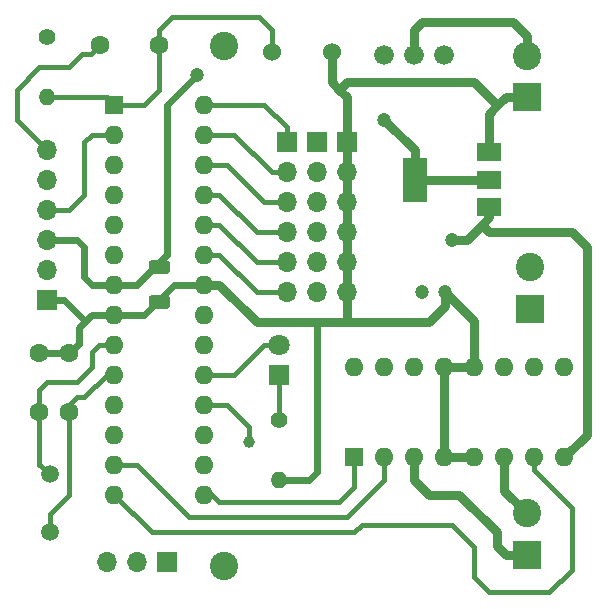
<source format=gbl>
G04 #@! TF.GenerationSoftware,KiCad,Pcbnew,(5.1.8)-1*
G04 #@! TF.CreationDate,2021-03-23T12:44:49+01:00*
G04 #@! TF.ProjectId,MicoBot1,4d69636f-426f-4743-912e-6b696361645f,rev?*
G04 #@! TF.SameCoordinates,Original*
G04 #@! TF.FileFunction,Copper,L2,Bot*
G04 #@! TF.FilePolarity,Positive*
%FSLAX46Y46*%
G04 Gerber Fmt 4.6, Leading zero omitted, Abs format (unit mm)*
G04 Created by KiCad (PCBNEW (5.1.8)-1) date 2021-03-23 12:44:49*
%MOMM*%
%LPD*%
G01*
G04 APERTURE LIST*
G04 #@! TA.AperFunction,ComponentPad*
%ADD10C,2.400000*%
G04 #@! TD*
G04 #@! TA.AperFunction,ComponentPad*
%ADD11R,1.600000X1.600000*%
G04 #@! TD*
G04 #@! TA.AperFunction,ComponentPad*
%ADD12O,1.600000X1.600000*%
G04 #@! TD*
G04 #@! TA.AperFunction,ComponentPad*
%ADD13C,1.524000*%
G04 #@! TD*
G04 #@! TA.AperFunction,SMDPad,CuDef*
%ADD14R,2.000000X3.800000*%
G04 #@! TD*
G04 #@! TA.AperFunction,SMDPad,CuDef*
%ADD15R,2.000000X1.500000*%
G04 #@! TD*
G04 #@! TA.AperFunction,ComponentPad*
%ADD16C,1.676400*%
G04 #@! TD*
G04 #@! TA.AperFunction,ComponentPad*
%ADD17C,1.400000*%
G04 #@! TD*
G04 #@! TA.AperFunction,ComponentPad*
%ADD18O,1.400000X1.400000*%
G04 #@! TD*
G04 #@! TA.AperFunction,ComponentPad*
%ADD19R,1.800000X1.800000*%
G04 #@! TD*
G04 #@! TA.AperFunction,ComponentPad*
%ADD20C,1.800000*%
G04 #@! TD*
G04 #@! TA.AperFunction,ComponentPad*
%ADD21C,1.600000*%
G04 #@! TD*
G04 #@! TA.AperFunction,ComponentPad*
%ADD22C,1.500000*%
G04 #@! TD*
G04 #@! TA.AperFunction,ComponentPad*
%ADD23C,1.200000*%
G04 #@! TD*
G04 #@! TA.AperFunction,ComponentPad*
%ADD24R,2.400000X2.400000*%
G04 #@! TD*
G04 #@! TA.AperFunction,ComponentPad*
%ADD25R,1.700000X1.700000*%
G04 #@! TD*
G04 #@! TA.AperFunction,ComponentPad*
%ADD26O,1.700000X1.700000*%
G04 #@! TD*
G04 #@! TA.AperFunction,ViaPad*
%ADD27C,1.200000*%
G04 #@! TD*
G04 #@! TA.AperFunction,ViaPad*
%ADD28C,1.000000*%
G04 #@! TD*
G04 #@! TA.AperFunction,Conductor*
%ADD29C,0.400000*%
G04 #@! TD*
G04 #@! TA.AperFunction,Conductor*
%ADD30C,0.800000*%
G04 #@! TD*
G04 #@! TA.AperFunction,Conductor*
%ADD31C,0.600000*%
G04 #@! TD*
G04 APERTURE END LIST*
D10*
X118500000Y-147000000D03*
X118500000Y-103000000D03*
D11*
X109220000Y-107950000D03*
D12*
X116840000Y-140970000D03*
X109220000Y-110490000D03*
X116840000Y-138430000D03*
X109220000Y-113030000D03*
X116840000Y-135890000D03*
X109220000Y-115570000D03*
X116840000Y-133350000D03*
X109220000Y-118110000D03*
X116840000Y-130810000D03*
X109220000Y-120650000D03*
X116840000Y-128270000D03*
X109220000Y-123190000D03*
X116840000Y-125730000D03*
X109220000Y-125730000D03*
X116840000Y-123190000D03*
X109220000Y-128270000D03*
X116840000Y-120650000D03*
X109220000Y-130810000D03*
X116840000Y-118110000D03*
X109220000Y-133350000D03*
X116840000Y-115570000D03*
X109220000Y-135890000D03*
X116840000Y-113030000D03*
X109220000Y-138430000D03*
X116840000Y-110490000D03*
X109220000Y-140970000D03*
X116840000Y-107950000D03*
D11*
X129540000Y-137795000D03*
D12*
X147320000Y-130175000D03*
X132080000Y-137795000D03*
X144780000Y-130175000D03*
X134620000Y-137795000D03*
X142240000Y-130175000D03*
X137160000Y-137795000D03*
X139700000Y-130175000D03*
X139700000Y-137795000D03*
X137160000Y-130175000D03*
X142240000Y-137795000D03*
X134620000Y-130175000D03*
X144780000Y-137795000D03*
X132080000Y-130175000D03*
X147320000Y-137795000D03*
X129540000Y-130175000D03*
D13*
X122555000Y-103505000D03*
X127635000Y-103505000D03*
D14*
X134645000Y-114300000D03*
D15*
X140945000Y-114300000D03*
X140945000Y-116600000D03*
X140945000Y-112000000D03*
D16*
X132080000Y-103759000D03*
X137160000Y-103759000D03*
X134620000Y-103759000D03*
D17*
X123190000Y-134620000D03*
D18*
X123190000Y-139700000D03*
D19*
X123190000Y-130810000D03*
D20*
X123190000Y-128270000D03*
D21*
X105410000Y-133985000D03*
X105410000Y-128985000D03*
X102870000Y-128985000D03*
X102870000Y-133985000D03*
X113030000Y-102870000D03*
X108030000Y-102870000D03*
D17*
X103505000Y-102235000D03*
D18*
X103505000Y-107315000D03*
D22*
X103759000Y-144145000D03*
X103759000Y-139265000D03*
D23*
X135255000Y-123825000D03*
X137255000Y-123825000D03*
D24*
X144145000Y-107315000D03*
D10*
X144145000Y-103815000D03*
D24*
X144145000Y-146050000D03*
D10*
X144145000Y-142550000D03*
X144399000Y-121722000D03*
D24*
X144399000Y-125222000D03*
D25*
X123825000Y-111125000D03*
D26*
X123825000Y-113665000D03*
X123825000Y-116205000D03*
X123825000Y-118745000D03*
X123825000Y-121285000D03*
X123825000Y-123825000D03*
D25*
X113665000Y-146685000D03*
D26*
X111125000Y-146685000D03*
X108585000Y-146685000D03*
X103505000Y-111760000D03*
X103505000Y-114300000D03*
X103505000Y-116840000D03*
X103505000Y-119380000D03*
X103505000Y-121920000D03*
D25*
X103505000Y-124460000D03*
D26*
X126365000Y-123825000D03*
X126365000Y-121285000D03*
X126365000Y-118745000D03*
X126365000Y-116205000D03*
X126365000Y-113665000D03*
D25*
X126365000Y-111125000D03*
X128905000Y-111125000D03*
D26*
X128905000Y-113665000D03*
X128905000Y-116205000D03*
X128905000Y-118745000D03*
X128905000Y-121285000D03*
X128905000Y-123825000D03*
G04 #@! TA.AperFunction,SMDPad,CuDef*
G36*
G01*
X112379999Y-121140000D02*
X113680001Y-121140000D01*
G75*
G02*
X113930000Y-121389999I0J-249999D01*
G01*
X113930000Y-122040001D01*
G75*
G02*
X113680001Y-122290000I-249999J0D01*
G01*
X112379999Y-122290000D01*
G75*
G02*
X112130000Y-122040001I0J249999D01*
G01*
X112130000Y-121389999D01*
G75*
G02*
X112379999Y-121140000I249999J0D01*
G01*
G37*
G04 #@! TD.AperFunction*
G04 #@! TA.AperFunction,SMDPad,CuDef*
G36*
G01*
X112379999Y-124090000D02*
X113680001Y-124090000D01*
G75*
G02*
X113930000Y-124339999I0J-249999D01*
G01*
X113930000Y-124990001D01*
G75*
G02*
X113680001Y-125240000I-249999J0D01*
G01*
X112379999Y-125240000D01*
G75*
G02*
X112130000Y-124990001I0J249999D01*
G01*
X112130000Y-124339999D01*
G75*
G02*
X112379999Y-124090000I249999J0D01*
G01*
G37*
G04 #@! TD.AperFunction*
D27*
X132080000Y-109220000D03*
X116205000Y-105410000D03*
D28*
X120650000Y-136525000D03*
D27*
X137795000Y-119380000D03*
D29*
X113030000Y-101600000D02*
X113030000Y-102870000D01*
X114119990Y-100510010D02*
X113030000Y-101600000D01*
X121465010Y-100510010D02*
X114119990Y-100510010D01*
X122555000Y-103505000D02*
X122555000Y-101600000D01*
X122555000Y-101600000D02*
X121465010Y-100510010D01*
X111760000Y-107950000D02*
X109220000Y-107950000D01*
X113030000Y-102870000D02*
X113030000Y-106680000D01*
X113030000Y-106680000D02*
X111760000Y-107950000D01*
X108585000Y-107315000D02*
X109220000Y-107950000D01*
X103505000Y-107315000D02*
X108585000Y-107315000D01*
X100965000Y-109220000D02*
X103505000Y-111760000D01*
X107230001Y-103669999D02*
X106515001Y-103669999D01*
X108030000Y-102870000D02*
X107230001Y-103669999D01*
X106515001Y-103669999D02*
X105410000Y-104775000D01*
X105410000Y-104775000D02*
X102870000Y-104775000D01*
X102870000Y-104775000D02*
X100965000Y-106680000D01*
X100965000Y-106680000D02*
X100965000Y-109220000D01*
D30*
X140945000Y-114300000D02*
X134645000Y-114300000D01*
X134645000Y-114300000D02*
X134645000Y-111785000D01*
X134645000Y-111785000D02*
X132080000Y-109220000D01*
D31*
X109220000Y-123190000D02*
X111125000Y-123190000D01*
X111125000Y-123190000D02*
X113030000Y-121285000D01*
X113030000Y-121285000D02*
X113665000Y-120650000D01*
X113665000Y-120650000D02*
X113665000Y-109220000D01*
X113665000Y-109220000D02*
X113665000Y-107950000D01*
X113665000Y-107950000D02*
X116205000Y-105410000D01*
X103505000Y-119380000D02*
X106045000Y-119380000D01*
X106045000Y-119380000D02*
X106680000Y-120015000D01*
X106680000Y-120015000D02*
X106680000Y-122555000D01*
X107315000Y-123190000D02*
X109220000Y-123190000D01*
X106680000Y-122555000D02*
X107315000Y-123190000D01*
D30*
X127635000Y-103505000D02*
X127635000Y-106045000D01*
X128905000Y-107315000D02*
X128905000Y-111125000D01*
D31*
X102870000Y-128985000D02*
X105410000Y-128985000D01*
X106209999Y-128185001D02*
X106209999Y-126835001D01*
X105410000Y-128985000D02*
X106209999Y-128185001D01*
X107315000Y-125730000D02*
X109220000Y-125730000D01*
D30*
X128905000Y-111125000D02*
X128905000Y-123825000D01*
X140945000Y-108715000D02*
X140945000Y-112000000D01*
X144145000Y-107315000D02*
X142345000Y-107315000D01*
X141657500Y-108002500D02*
X140945000Y-108715000D01*
X142345000Y-107315000D02*
X141657500Y-108002500D01*
X128905000Y-106045000D02*
X128270000Y-106680000D01*
X139700000Y-106045000D02*
X128905000Y-106045000D01*
X141657500Y-108002500D02*
X139700000Y-106045000D01*
X127635000Y-106045000D02*
X128270000Y-106680000D01*
X128270000Y-106680000D02*
X128905000Y-107315000D01*
X137255000Y-123825000D02*
X139700000Y-126270000D01*
X139700000Y-126270000D02*
X139700000Y-130175000D01*
X139700000Y-130175000D02*
X137160000Y-130175000D01*
X137160000Y-130175000D02*
X137160000Y-137795000D01*
X139700000Y-137795000D02*
X137160000Y-137795000D01*
X118110000Y-123190000D02*
X116840000Y-123190000D01*
X121285000Y-126365000D02*
X118110000Y-123190000D01*
X137255000Y-123825000D02*
X137255000Y-125000000D01*
X137255000Y-125000000D02*
X135890000Y-126365000D01*
X128905000Y-123825000D02*
X128905000Y-126365000D01*
X135890000Y-126365000D02*
X128905000Y-126365000D01*
D31*
X123190000Y-139700000D02*
X125730000Y-139700000D01*
X126365000Y-139065000D02*
X126365000Y-126365000D01*
X125730000Y-139700000D02*
X126365000Y-139065000D01*
D30*
X128905000Y-126365000D02*
X126365000Y-126365000D01*
X126365000Y-126365000D02*
X121285000Y-126365000D01*
D31*
X109220000Y-125730000D02*
X111760000Y-125730000D01*
X114300000Y-123190000D02*
X116840000Y-123190000D01*
X111760000Y-125730000D02*
X114300000Y-123190000D01*
X106680000Y-126185000D02*
X106680000Y-126365000D01*
X104955000Y-124460000D02*
X106680000Y-126185000D01*
X103505000Y-124460000D02*
X104955000Y-124460000D01*
X106209999Y-126835001D02*
X106680000Y-126365000D01*
X106680000Y-126365000D02*
X107315000Y-125730000D01*
D29*
X123190000Y-130810000D02*
X123190000Y-134620000D01*
X119380000Y-130810000D02*
X116840000Y-130810000D01*
X121285000Y-128905000D02*
X119380000Y-130810000D01*
X121917208Y-128270000D02*
X123190000Y-128270000D01*
X121285000Y-128902208D02*
X121917208Y-128270000D01*
X121285000Y-128905000D02*
X121285000Y-128902208D01*
X105410000Y-133985000D02*
X105410000Y-133350000D01*
X105410000Y-133350000D02*
X106045000Y-132715000D01*
X106045000Y-132715000D02*
X106680000Y-132715000D01*
X106680000Y-132715000D02*
X108585000Y-130810000D01*
X108585000Y-130810000D02*
X109220000Y-130810000D01*
X103759000Y-142621000D02*
X103759000Y-144145000D01*
X105410000Y-133985000D02*
X105410000Y-140970000D01*
X105410000Y-140970000D02*
X103759000Y-142621000D01*
X107950000Y-128270000D02*
X109220000Y-128270000D01*
X102870000Y-132080000D02*
X103505000Y-131445000D01*
X102870000Y-133985000D02*
X102870000Y-132080000D01*
X103505000Y-131445000D02*
X106045000Y-131445000D01*
X106045000Y-131445000D02*
X107315000Y-130175000D01*
X107315000Y-130175000D02*
X107315000Y-128905000D01*
X107315000Y-128905000D02*
X107950000Y-128270000D01*
X102870000Y-133985000D02*
X102870000Y-138430000D01*
X102924000Y-138430000D02*
X103759000Y-139265000D01*
X102870000Y-138430000D02*
X102924000Y-138430000D01*
X129540000Y-137795000D02*
X129540000Y-140335000D01*
X129540000Y-140335000D02*
X128270000Y-141605000D01*
X128270000Y-141605000D02*
X118110000Y-141605000D01*
X118110000Y-141605000D02*
X117475000Y-140970000D01*
X117475000Y-140970000D02*
X116840000Y-140970000D01*
X120650000Y-136525000D02*
X120650000Y-135255000D01*
X120650000Y-135255000D02*
X118745000Y-133350000D01*
X118745000Y-133350000D02*
X116840000Y-133350000D01*
X132080000Y-137795000D02*
X132080000Y-139700000D01*
X132080000Y-139700000D02*
X128905000Y-142875000D01*
X128905000Y-142875000D02*
X115570000Y-142875000D01*
X115570000Y-142875000D02*
X111125000Y-138430000D01*
X111125000Y-138430000D02*
X109220000Y-138430000D01*
X129540000Y-144145000D02*
X112395000Y-144145000D01*
X130175000Y-143510000D02*
X129540000Y-144145000D01*
X137795000Y-143510000D02*
X130175000Y-143510000D01*
X139700000Y-145415000D02*
X137795000Y-143510000D01*
X112395000Y-144145000D02*
X109220000Y-140970000D01*
X139700000Y-147955000D02*
X139700000Y-145415000D01*
X144780000Y-138926370D02*
X147955000Y-142101370D01*
X144780000Y-137795000D02*
X144780000Y-138926370D01*
X147955000Y-142101370D02*
X147955000Y-147320000D01*
X147955000Y-147320000D02*
X146050000Y-149225000D01*
X146050000Y-149225000D02*
X140970000Y-149225000D01*
X140970000Y-149225000D02*
X139700000Y-147955000D01*
D30*
X137795000Y-119380000D02*
X139065000Y-119380000D01*
X140945000Y-117450000D02*
X140945000Y-116600000D01*
D31*
X140970000Y-117475000D02*
X140945000Y-117450000D01*
D30*
X140335000Y-118110000D02*
X140970000Y-118745000D01*
X140335000Y-118110000D02*
X140970000Y-117475000D01*
X139065000Y-119380000D02*
X140335000Y-118110000D01*
X140970000Y-118745000D02*
X147955000Y-118745000D01*
X147955000Y-118745000D02*
X149225000Y-120015000D01*
X149225000Y-135890000D02*
X147320000Y-137795000D01*
X149225000Y-120015000D02*
X149225000Y-135890000D01*
D29*
X123825000Y-109875000D02*
X123825000Y-111125000D01*
X121900000Y-107950000D02*
X123825000Y-109875000D01*
X116840000Y-107950000D02*
X121900000Y-107950000D01*
X116840000Y-110490000D02*
X119380000Y-110490000D01*
X119380000Y-110490000D02*
X122555000Y-113665000D01*
X122555000Y-113665000D02*
X123825000Y-113665000D01*
X116840000Y-113030000D02*
X118745000Y-113030000D01*
X118745000Y-113030000D02*
X121920000Y-116205000D01*
X121920000Y-116205000D02*
X123825000Y-116205000D01*
X116840000Y-115570000D02*
X118110000Y-115570000D01*
X121285000Y-118745000D02*
X123825000Y-118745000D01*
X118110000Y-115570000D02*
X121285000Y-118745000D01*
X116840000Y-118110000D02*
X118110000Y-118110000D01*
X118110000Y-118110000D02*
X121285000Y-121285000D01*
X121285000Y-121285000D02*
X123825000Y-121285000D01*
X116840000Y-120650000D02*
X118110000Y-120650000D01*
X118110000Y-120650000D02*
X121285000Y-123825000D01*
X121285000Y-123825000D02*
X123825000Y-123825000D01*
X107315000Y-110490000D02*
X109220000Y-110490000D01*
X106680000Y-111125000D02*
X107315000Y-110490000D01*
X106680000Y-115570000D02*
X106680000Y-111125000D01*
X103505000Y-116840000D02*
X105410000Y-116840000D01*
X105410000Y-116840000D02*
X106680000Y-115570000D01*
D30*
X142345000Y-146050000D02*
X144145000Y-146050000D01*
X134620000Y-137795000D02*
X134620000Y-139700000D01*
X134620000Y-139700000D02*
X135890000Y-140970000D01*
X135890000Y-140970000D02*
X138430000Y-140970000D01*
X138430000Y-140970000D02*
X141605000Y-144145000D01*
X141605000Y-144145000D02*
X141605000Y-145310000D01*
X141605000Y-145310000D02*
X142345000Y-146050000D01*
X142240000Y-140645000D02*
X144145000Y-142550000D01*
X142240000Y-137795000D02*
X142240000Y-140645000D01*
X134620000Y-101600000D02*
X134620000Y-103759000D01*
X135255000Y-100965000D02*
X134620000Y-101600000D01*
X142992056Y-100965000D02*
X135255000Y-100965000D01*
X144145000Y-103815000D02*
X144145000Y-102117944D01*
X144145000Y-102117944D02*
X142992056Y-100965000D01*
M02*

</source>
